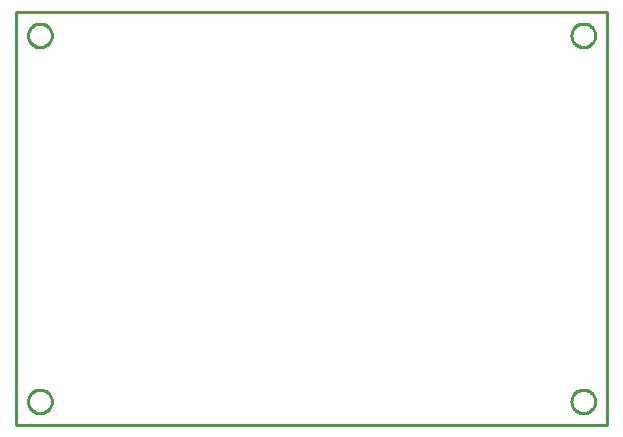
<source format=gbr>
G04 EAGLE Gerber RS-274X export*
G75*
%MOMM*%
%FSLAX34Y34*%
%LPD*%
%IN*%
%IPPOS*%
%AMOC8*
5,1,8,0,0,1.08239X$1,22.5*%
G01*
%ADD10C,0.254000*%


D10*
X0Y0D02*
X500000Y0D01*
X500000Y350000D01*
X0Y350000D01*
X0Y0D01*
X30000Y329563D02*
X29924Y328694D01*
X29772Y327834D01*
X29546Y326990D01*
X29248Y326170D01*
X28879Y325378D01*
X28442Y324622D01*
X27941Y323907D01*
X27380Y323238D01*
X26762Y322620D01*
X26093Y322059D01*
X25378Y321558D01*
X24622Y321121D01*
X23830Y320752D01*
X23010Y320454D01*
X22166Y320228D01*
X21307Y320076D01*
X20437Y320000D01*
X19563Y320000D01*
X18694Y320076D01*
X17834Y320228D01*
X16990Y320454D01*
X16170Y320752D01*
X15378Y321121D01*
X14622Y321558D01*
X13907Y322059D01*
X13238Y322620D01*
X12620Y323238D01*
X12059Y323907D01*
X11558Y324622D01*
X11121Y325378D01*
X10752Y326170D01*
X10454Y326990D01*
X10228Y327834D01*
X10076Y328694D01*
X10000Y329563D01*
X10000Y330437D01*
X10076Y331307D01*
X10228Y332166D01*
X10454Y333010D01*
X10752Y333830D01*
X11121Y334622D01*
X11558Y335378D01*
X12059Y336093D01*
X12620Y336762D01*
X13238Y337380D01*
X13907Y337941D01*
X14622Y338442D01*
X15378Y338879D01*
X16170Y339248D01*
X16990Y339546D01*
X17834Y339772D01*
X18694Y339924D01*
X19563Y340000D01*
X20437Y340000D01*
X21307Y339924D01*
X22166Y339772D01*
X23010Y339546D01*
X23830Y339248D01*
X24622Y338879D01*
X25378Y338442D01*
X26093Y337941D01*
X26762Y337380D01*
X27380Y336762D01*
X27941Y336093D01*
X28442Y335378D01*
X28879Y334622D01*
X29248Y333830D01*
X29546Y333010D01*
X29772Y332166D01*
X29924Y331307D01*
X30000Y330437D01*
X30000Y329563D01*
X490000Y329563D02*
X489924Y328694D01*
X489772Y327834D01*
X489546Y326990D01*
X489248Y326170D01*
X488879Y325378D01*
X488442Y324622D01*
X487941Y323907D01*
X487380Y323238D01*
X486762Y322620D01*
X486093Y322059D01*
X485378Y321558D01*
X484622Y321121D01*
X483830Y320752D01*
X483010Y320454D01*
X482166Y320228D01*
X481307Y320076D01*
X480437Y320000D01*
X479563Y320000D01*
X478694Y320076D01*
X477834Y320228D01*
X476990Y320454D01*
X476170Y320752D01*
X475378Y321121D01*
X474622Y321558D01*
X473907Y322059D01*
X473238Y322620D01*
X472620Y323238D01*
X472059Y323907D01*
X471558Y324622D01*
X471121Y325378D01*
X470752Y326170D01*
X470454Y326990D01*
X470228Y327834D01*
X470076Y328694D01*
X470000Y329563D01*
X470000Y330437D01*
X470076Y331307D01*
X470228Y332166D01*
X470454Y333010D01*
X470752Y333830D01*
X471121Y334622D01*
X471558Y335378D01*
X472059Y336093D01*
X472620Y336762D01*
X473238Y337380D01*
X473907Y337941D01*
X474622Y338442D01*
X475378Y338879D01*
X476170Y339248D01*
X476990Y339546D01*
X477834Y339772D01*
X478694Y339924D01*
X479563Y340000D01*
X480437Y340000D01*
X481307Y339924D01*
X482166Y339772D01*
X483010Y339546D01*
X483830Y339248D01*
X484622Y338879D01*
X485378Y338442D01*
X486093Y337941D01*
X486762Y337380D01*
X487380Y336762D01*
X487941Y336093D01*
X488442Y335378D01*
X488879Y334622D01*
X489248Y333830D01*
X489546Y333010D01*
X489772Y332166D01*
X489924Y331307D01*
X490000Y330437D01*
X490000Y329563D01*
X30000Y19563D02*
X29924Y18694D01*
X29772Y17834D01*
X29546Y16990D01*
X29248Y16170D01*
X28879Y15378D01*
X28442Y14622D01*
X27941Y13907D01*
X27380Y13238D01*
X26762Y12620D01*
X26093Y12059D01*
X25378Y11558D01*
X24622Y11121D01*
X23830Y10752D01*
X23010Y10454D01*
X22166Y10228D01*
X21307Y10076D01*
X20437Y10000D01*
X19563Y10000D01*
X18694Y10076D01*
X17834Y10228D01*
X16990Y10454D01*
X16170Y10752D01*
X15378Y11121D01*
X14622Y11558D01*
X13907Y12059D01*
X13238Y12620D01*
X12620Y13238D01*
X12059Y13907D01*
X11558Y14622D01*
X11121Y15378D01*
X10752Y16170D01*
X10454Y16990D01*
X10228Y17834D01*
X10076Y18694D01*
X10000Y19563D01*
X10000Y20437D01*
X10076Y21307D01*
X10228Y22166D01*
X10454Y23010D01*
X10752Y23830D01*
X11121Y24622D01*
X11558Y25378D01*
X12059Y26093D01*
X12620Y26762D01*
X13238Y27380D01*
X13907Y27941D01*
X14622Y28442D01*
X15378Y28879D01*
X16170Y29248D01*
X16990Y29546D01*
X17834Y29772D01*
X18694Y29924D01*
X19563Y30000D01*
X20437Y30000D01*
X21307Y29924D01*
X22166Y29772D01*
X23010Y29546D01*
X23830Y29248D01*
X24622Y28879D01*
X25378Y28442D01*
X26093Y27941D01*
X26762Y27380D01*
X27380Y26762D01*
X27941Y26093D01*
X28442Y25378D01*
X28879Y24622D01*
X29248Y23830D01*
X29546Y23010D01*
X29772Y22166D01*
X29924Y21307D01*
X30000Y20437D01*
X30000Y19563D01*
X490000Y19563D02*
X489924Y18694D01*
X489772Y17834D01*
X489546Y16990D01*
X489248Y16170D01*
X488879Y15378D01*
X488442Y14622D01*
X487941Y13907D01*
X487380Y13238D01*
X486762Y12620D01*
X486093Y12059D01*
X485378Y11558D01*
X484622Y11121D01*
X483830Y10752D01*
X483010Y10454D01*
X482166Y10228D01*
X481307Y10076D01*
X480437Y10000D01*
X479563Y10000D01*
X478694Y10076D01*
X477834Y10228D01*
X476990Y10454D01*
X476170Y10752D01*
X475378Y11121D01*
X474622Y11558D01*
X473907Y12059D01*
X473238Y12620D01*
X472620Y13238D01*
X472059Y13907D01*
X471558Y14622D01*
X471121Y15378D01*
X470752Y16170D01*
X470454Y16990D01*
X470228Y17834D01*
X470076Y18694D01*
X470000Y19563D01*
X470000Y20437D01*
X470076Y21307D01*
X470228Y22166D01*
X470454Y23010D01*
X470752Y23830D01*
X471121Y24622D01*
X471558Y25378D01*
X472059Y26093D01*
X472620Y26762D01*
X473238Y27380D01*
X473907Y27941D01*
X474622Y28442D01*
X475378Y28879D01*
X476170Y29248D01*
X476990Y29546D01*
X477834Y29772D01*
X478694Y29924D01*
X479563Y30000D01*
X480437Y30000D01*
X481307Y29924D01*
X482166Y29772D01*
X483010Y29546D01*
X483830Y29248D01*
X484622Y28879D01*
X485378Y28442D01*
X486093Y27941D01*
X486762Y27380D01*
X487380Y26762D01*
X487941Y26093D01*
X488442Y25378D01*
X488879Y24622D01*
X489248Y23830D01*
X489546Y23010D01*
X489772Y22166D01*
X489924Y21307D01*
X490000Y20437D01*
X490000Y19563D01*
M02*

</source>
